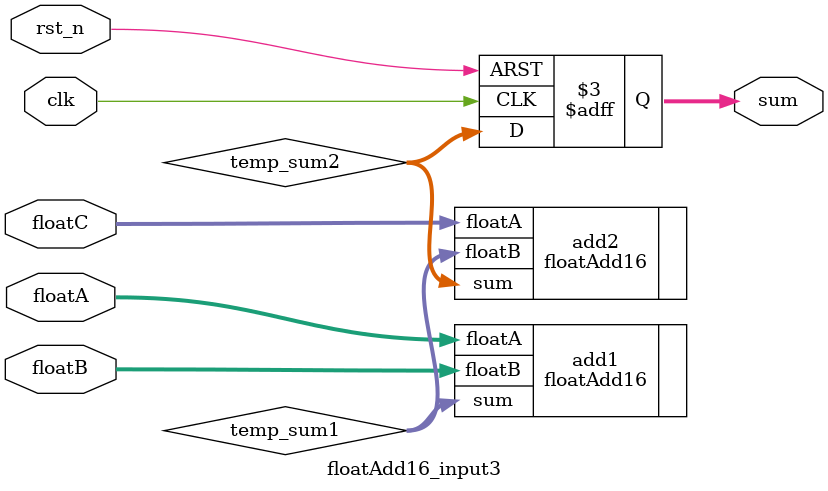
<source format=v>
module floatAdd16_input3 (clk,rst_n,floatA,floatB,floatC,sum);

input clk;
input rst_n;

input [15:0] floatA, floatB, floatC;  	// 输入为两个float16数据A和B
output reg [15:0] sum;   		// 输出为float16数据

wire [15:0] temp_sum1,temp_sum2;

floatAdd16	add1(
			.floatA(floatA),
			.floatB(floatB),
			.sum(temp_sum1)
		);

floatAdd16	add2(
			.floatA(floatC),
			.floatB(temp_sum1),
			.sum(temp_sum2)
		);	
	
always @ (posedge clk or negedge rst_n) begin
	if(!rst_n)
		sum <= 0;
	else
		sum <= temp_sum2;
end	

endmodule

</source>
